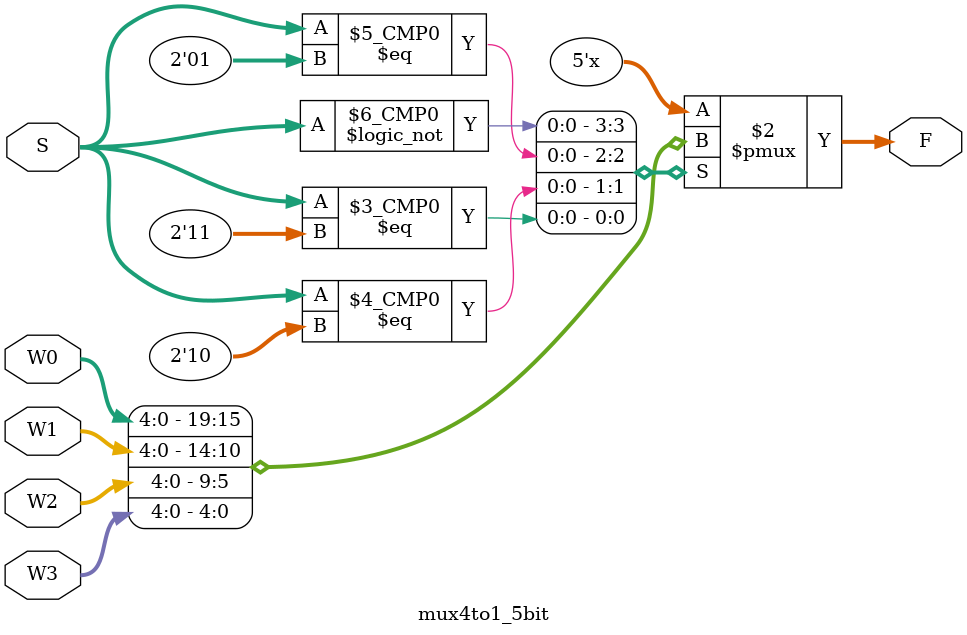
<source format=v>
module mux4to1_5bit(W0, W1, W2, W3, F, S);
	input [4:0] W0;
	input [4:0] W1;
	input [4:0] W2; 
	input [4:0] W3;
	input [0:1] S;
	
	output [4:0] F;
	
	reg [4:0] F;
	
	always @(S) begin
		case ({S})
			2'b00: F = W0;
			2'b01: F = W1;
			2'b10: F = W2;
			2'b11: F = W3;
		endcase
	end
endmodule
</source>
